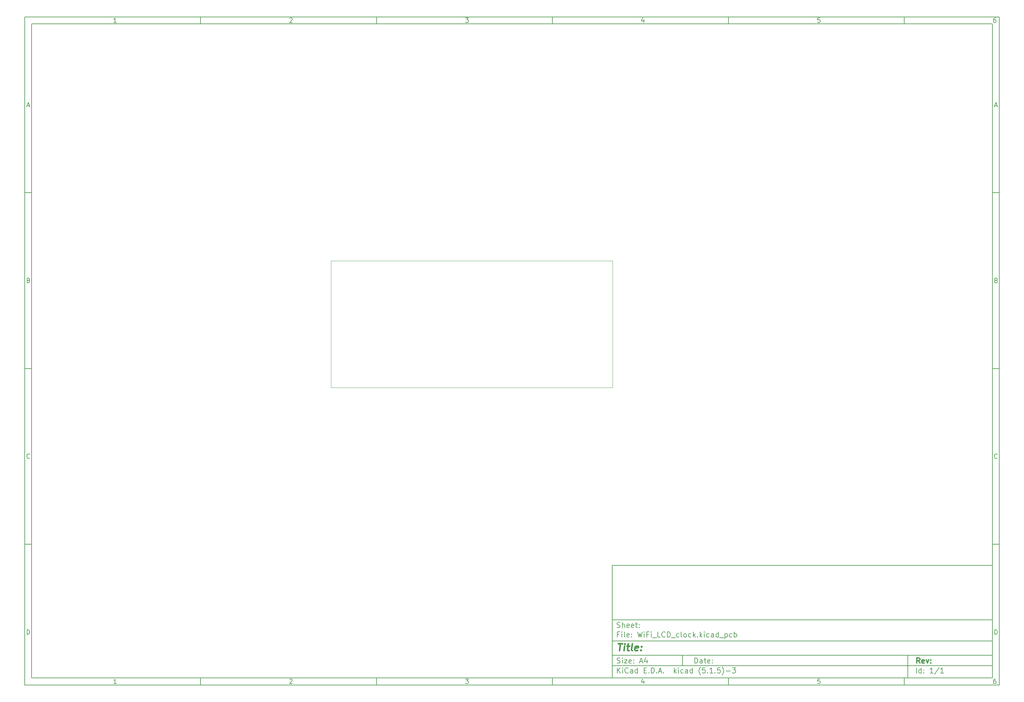
<source format=gbr>
G04 #@! TF.GenerationSoftware,KiCad,Pcbnew,(5.1.5)-3*
G04 #@! TF.CreationDate,2021-03-30T14:25:27+02:00*
G04 #@! TF.ProjectId,WiFi_LCD_clock,57694669-5f4c-4434-945f-636c6f636b2e,rev?*
G04 #@! TF.SameCoordinates,Original*
G04 #@! TF.FileFunction,Profile,NP*
%FSLAX46Y46*%
G04 Gerber Fmt 4.6, Leading zero omitted, Abs format (unit mm)*
G04 Created by KiCad (PCBNEW (5.1.5)-3) date 2021-03-30 14:25:27*
%MOMM*%
%LPD*%
G04 APERTURE LIST*
%ADD10C,0.100000*%
%ADD11C,0.150000*%
%ADD12C,0.300000*%
%ADD13C,0.400000*%
G04 #@! TA.AperFunction,Profile*
%ADD14C,0.050000*%
G04 #@! TD*
G04 APERTURE END LIST*
D10*
D11*
X177002200Y-166007200D02*
X177002200Y-198007200D01*
X285002200Y-198007200D01*
X285002200Y-166007200D01*
X177002200Y-166007200D01*
D10*
D11*
X10000000Y-10000000D02*
X10000000Y-200007200D01*
X287002200Y-200007200D01*
X287002200Y-10000000D01*
X10000000Y-10000000D01*
D10*
D11*
X12000000Y-12000000D02*
X12000000Y-198007200D01*
X285002200Y-198007200D01*
X285002200Y-12000000D01*
X12000000Y-12000000D01*
D10*
D11*
X60000000Y-12000000D02*
X60000000Y-10000000D01*
D10*
D11*
X110000000Y-12000000D02*
X110000000Y-10000000D01*
D10*
D11*
X160000000Y-12000000D02*
X160000000Y-10000000D01*
D10*
D11*
X210000000Y-12000000D02*
X210000000Y-10000000D01*
D10*
D11*
X260000000Y-12000000D02*
X260000000Y-10000000D01*
D10*
D11*
X36065476Y-11588095D02*
X35322619Y-11588095D01*
X35694047Y-11588095D02*
X35694047Y-10288095D01*
X35570238Y-10473809D01*
X35446428Y-10597619D01*
X35322619Y-10659523D01*
D10*
D11*
X85322619Y-10411904D02*
X85384523Y-10350000D01*
X85508333Y-10288095D01*
X85817857Y-10288095D01*
X85941666Y-10350000D01*
X86003571Y-10411904D01*
X86065476Y-10535714D01*
X86065476Y-10659523D01*
X86003571Y-10845238D01*
X85260714Y-11588095D01*
X86065476Y-11588095D01*
D10*
D11*
X135260714Y-10288095D02*
X136065476Y-10288095D01*
X135632142Y-10783333D01*
X135817857Y-10783333D01*
X135941666Y-10845238D01*
X136003571Y-10907142D01*
X136065476Y-11030952D01*
X136065476Y-11340476D01*
X136003571Y-11464285D01*
X135941666Y-11526190D01*
X135817857Y-11588095D01*
X135446428Y-11588095D01*
X135322619Y-11526190D01*
X135260714Y-11464285D01*
D10*
D11*
X185941666Y-10721428D02*
X185941666Y-11588095D01*
X185632142Y-10226190D02*
X185322619Y-11154761D01*
X186127380Y-11154761D01*
D10*
D11*
X236003571Y-10288095D02*
X235384523Y-10288095D01*
X235322619Y-10907142D01*
X235384523Y-10845238D01*
X235508333Y-10783333D01*
X235817857Y-10783333D01*
X235941666Y-10845238D01*
X236003571Y-10907142D01*
X236065476Y-11030952D01*
X236065476Y-11340476D01*
X236003571Y-11464285D01*
X235941666Y-11526190D01*
X235817857Y-11588095D01*
X235508333Y-11588095D01*
X235384523Y-11526190D01*
X235322619Y-11464285D01*
D10*
D11*
X285941666Y-10288095D02*
X285694047Y-10288095D01*
X285570238Y-10350000D01*
X285508333Y-10411904D01*
X285384523Y-10597619D01*
X285322619Y-10845238D01*
X285322619Y-11340476D01*
X285384523Y-11464285D01*
X285446428Y-11526190D01*
X285570238Y-11588095D01*
X285817857Y-11588095D01*
X285941666Y-11526190D01*
X286003571Y-11464285D01*
X286065476Y-11340476D01*
X286065476Y-11030952D01*
X286003571Y-10907142D01*
X285941666Y-10845238D01*
X285817857Y-10783333D01*
X285570238Y-10783333D01*
X285446428Y-10845238D01*
X285384523Y-10907142D01*
X285322619Y-11030952D01*
D10*
D11*
X60000000Y-198007200D02*
X60000000Y-200007200D01*
D10*
D11*
X110000000Y-198007200D02*
X110000000Y-200007200D01*
D10*
D11*
X160000000Y-198007200D02*
X160000000Y-200007200D01*
D10*
D11*
X210000000Y-198007200D02*
X210000000Y-200007200D01*
D10*
D11*
X260000000Y-198007200D02*
X260000000Y-200007200D01*
D10*
D11*
X36065476Y-199595295D02*
X35322619Y-199595295D01*
X35694047Y-199595295D02*
X35694047Y-198295295D01*
X35570238Y-198481009D01*
X35446428Y-198604819D01*
X35322619Y-198666723D01*
D10*
D11*
X85322619Y-198419104D02*
X85384523Y-198357200D01*
X85508333Y-198295295D01*
X85817857Y-198295295D01*
X85941666Y-198357200D01*
X86003571Y-198419104D01*
X86065476Y-198542914D01*
X86065476Y-198666723D01*
X86003571Y-198852438D01*
X85260714Y-199595295D01*
X86065476Y-199595295D01*
D10*
D11*
X135260714Y-198295295D02*
X136065476Y-198295295D01*
X135632142Y-198790533D01*
X135817857Y-198790533D01*
X135941666Y-198852438D01*
X136003571Y-198914342D01*
X136065476Y-199038152D01*
X136065476Y-199347676D01*
X136003571Y-199471485D01*
X135941666Y-199533390D01*
X135817857Y-199595295D01*
X135446428Y-199595295D01*
X135322619Y-199533390D01*
X135260714Y-199471485D01*
D10*
D11*
X185941666Y-198728628D02*
X185941666Y-199595295D01*
X185632142Y-198233390D02*
X185322619Y-199161961D01*
X186127380Y-199161961D01*
D10*
D11*
X236003571Y-198295295D02*
X235384523Y-198295295D01*
X235322619Y-198914342D01*
X235384523Y-198852438D01*
X235508333Y-198790533D01*
X235817857Y-198790533D01*
X235941666Y-198852438D01*
X236003571Y-198914342D01*
X236065476Y-199038152D01*
X236065476Y-199347676D01*
X236003571Y-199471485D01*
X235941666Y-199533390D01*
X235817857Y-199595295D01*
X235508333Y-199595295D01*
X235384523Y-199533390D01*
X235322619Y-199471485D01*
D10*
D11*
X285941666Y-198295295D02*
X285694047Y-198295295D01*
X285570238Y-198357200D01*
X285508333Y-198419104D01*
X285384523Y-198604819D01*
X285322619Y-198852438D01*
X285322619Y-199347676D01*
X285384523Y-199471485D01*
X285446428Y-199533390D01*
X285570238Y-199595295D01*
X285817857Y-199595295D01*
X285941666Y-199533390D01*
X286003571Y-199471485D01*
X286065476Y-199347676D01*
X286065476Y-199038152D01*
X286003571Y-198914342D01*
X285941666Y-198852438D01*
X285817857Y-198790533D01*
X285570238Y-198790533D01*
X285446428Y-198852438D01*
X285384523Y-198914342D01*
X285322619Y-199038152D01*
D10*
D11*
X10000000Y-60000000D02*
X12000000Y-60000000D01*
D10*
D11*
X10000000Y-110000000D02*
X12000000Y-110000000D01*
D10*
D11*
X10000000Y-160000000D02*
X12000000Y-160000000D01*
D10*
D11*
X10690476Y-35216666D02*
X11309523Y-35216666D01*
X10566666Y-35588095D02*
X11000000Y-34288095D01*
X11433333Y-35588095D01*
D10*
D11*
X11092857Y-84907142D02*
X11278571Y-84969047D01*
X11340476Y-85030952D01*
X11402380Y-85154761D01*
X11402380Y-85340476D01*
X11340476Y-85464285D01*
X11278571Y-85526190D01*
X11154761Y-85588095D01*
X10659523Y-85588095D01*
X10659523Y-84288095D01*
X11092857Y-84288095D01*
X11216666Y-84350000D01*
X11278571Y-84411904D01*
X11340476Y-84535714D01*
X11340476Y-84659523D01*
X11278571Y-84783333D01*
X11216666Y-84845238D01*
X11092857Y-84907142D01*
X10659523Y-84907142D01*
D10*
D11*
X11402380Y-135464285D02*
X11340476Y-135526190D01*
X11154761Y-135588095D01*
X11030952Y-135588095D01*
X10845238Y-135526190D01*
X10721428Y-135402380D01*
X10659523Y-135278571D01*
X10597619Y-135030952D01*
X10597619Y-134845238D01*
X10659523Y-134597619D01*
X10721428Y-134473809D01*
X10845238Y-134350000D01*
X11030952Y-134288095D01*
X11154761Y-134288095D01*
X11340476Y-134350000D01*
X11402380Y-134411904D01*
D10*
D11*
X10659523Y-185588095D02*
X10659523Y-184288095D01*
X10969047Y-184288095D01*
X11154761Y-184350000D01*
X11278571Y-184473809D01*
X11340476Y-184597619D01*
X11402380Y-184845238D01*
X11402380Y-185030952D01*
X11340476Y-185278571D01*
X11278571Y-185402380D01*
X11154761Y-185526190D01*
X10969047Y-185588095D01*
X10659523Y-185588095D01*
D10*
D11*
X287002200Y-60000000D02*
X285002200Y-60000000D01*
D10*
D11*
X287002200Y-110000000D02*
X285002200Y-110000000D01*
D10*
D11*
X287002200Y-160000000D02*
X285002200Y-160000000D01*
D10*
D11*
X285692676Y-35216666D02*
X286311723Y-35216666D01*
X285568866Y-35588095D02*
X286002200Y-34288095D01*
X286435533Y-35588095D01*
D10*
D11*
X286095057Y-84907142D02*
X286280771Y-84969047D01*
X286342676Y-85030952D01*
X286404580Y-85154761D01*
X286404580Y-85340476D01*
X286342676Y-85464285D01*
X286280771Y-85526190D01*
X286156961Y-85588095D01*
X285661723Y-85588095D01*
X285661723Y-84288095D01*
X286095057Y-84288095D01*
X286218866Y-84350000D01*
X286280771Y-84411904D01*
X286342676Y-84535714D01*
X286342676Y-84659523D01*
X286280771Y-84783333D01*
X286218866Y-84845238D01*
X286095057Y-84907142D01*
X285661723Y-84907142D01*
D10*
D11*
X286404580Y-135464285D02*
X286342676Y-135526190D01*
X286156961Y-135588095D01*
X286033152Y-135588095D01*
X285847438Y-135526190D01*
X285723628Y-135402380D01*
X285661723Y-135278571D01*
X285599819Y-135030952D01*
X285599819Y-134845238D01*
X285661723Y-134597619D01*
X285723628Y-134473809D01*
X285847438Y-134350000D01*
X286033152Y-134288095D01*
X286156961Y-134288095D01*
X286342676Y-134350000D01*
X286404580Y-134411904D01*
D10*
D11*
X285661723Y-185588095D02*
X285661723Y-184288095D01*
X285971247Y-184288095D01*
X286156961Y-184350000D01*
X286280771Y-184473809D01*
X286342676Y-184597619D01*
X286404580Y-184845238D01*
X286404580Y-185030952D01*
X286342676Y-185278571D01*
X286280771Y-185402380D01*
X286156961Y-185526190D01*
X285971247Y-185588095D01*
X285661723Y-185588095D01*
D10*
D11*
X200434342Y-193785771D02*
X200434342Y-192285771D01*
X200791485Y-192285771D01*
X201005771Y-192357200D01*
X201148628Y-192500057D01*
X201220057Y-192642914D01*
X201291485Y-192928628D01*
X201291485Y-193142914D01*
X201220057Y-193428628D01*
X201148628Y-193571485D01*
X201005771Y-193714342D01*
X200791485Y-193785771D01*
X200434342Y-193785771D01*
X202577200Y-193785771D02*
X202577200Y-193000057D01*
X202505771Y-192857200D01*
X202362914Y-192785771D01*
X202077200Y-192785771D01*
X201934342Y-192857200D01*
X202577200Y-193714342D02*
X202434342Y-193785771D01*
X202077200Y-193785771D01*
X201934342Y-193714342D01*
X201862914Y-193571485D01*
X201862914Y-193428628D01*
X201934342Y-193285771D01*
X202077200Y-193214342D01*
X202434342Y-193214342D01*
X202577200Y-193142914D01*
X203077200Y-192785771D02*
X203648628Y-192785771D01*
X203291485Y-192285771D02*
X203291485Y-193571485D01*
X203362914Y-193714342D01*
X203505771Y-193785771D01*
X203648628Y-193785771D01*
X204720057Y-193714342D02*
X204577200Y-193785771D01*
X204291485Y-193785771D01*
X204148628Y-193714342D01*
X204077200Y-193571485D01*
X204077200Y-193000057D01*
X204148628Y-192857200D01*
X204291485Y-192785771D01*
X204577200Y-192785771D01*
X204720057Y-192857200D01*
X204791485Y-193000057D01*
X204791485Y-193142914D01*
X204077200Y-193285771D01*
X205434342Y-193642914D02*
X205505771Y-193714342D01*
X205434342Y-193785771D01*
X205362914Y-193714342D01*
X205434342Y-193642914D01*
X205434342Y-193785771D01*
X205434342Y-192857200D02*
X205505771Y-192928628D01*
X205434342Y-193000057D01*
X205362914Y-192928628D01*
X205434342Y-192857200D01*
X205434342Y-193000057D01*
D10*
D11*
X177002200Y-194507200D02*
X285002200Y-194507200D01*
D10*
D11*
X178434342Y-196585771D02*
X178434342Y-195085771D01*
X179291485Y-196585771D02*
X178648628Y-195728628D01*
X179291485Y-195085771D02*
X178434342Y-195942914D01*
X179934342Y-196585771D02*
X179934342Y-195585771D01*
X179934342Y-195085771D02*
X179862914Y-195157200D01*
X179934342Y-195228628D01*
X180005771Y-195157200D01*
X179934342Y-195085771D01*
X179934342Y-195228628D01*
X181505771Y-196442914D02*
X181434342Y-196514342D01*
X181220057Y-196585771D01*
X181077200Y-196585771D01*
X180862914Y-196514342D01*
X180720057Y-196371485D01*
X180648628Y-196228628D01*
X180577200Y-195942914D01*
X180577200Y-195728628D01*
X180648628Y-195442914D01*
X180720057Y-195300057D01*
X180862914Y-195157200D01*
X181077200Y-195085771D01*
X181220057Y-195085771D01*
X181434342Y-195157200D01*
X181505771Y-195228628D01*
X182791485Y-196585771D02*
X182791485Y-195800057D01*
X182720057Y-195657200D01*
X182577200Y-195585771D01*
X182291485Y-195585771D01*
X182148628Y-195657200D01*
X182791485Y-196514342D02*
X182648628Y-196585771D01*
X182291485Y-196585771D01*
X182148628Y-196514342D01*
X182077200Y-196371485D01*
X182077200Y-196228628D01*
X182148628Y-196085771D01*
X182291485Y-196014342D01*
X182648628Y-196014342D01*
X182791485Y-195942914D01*
X184148628Y-196585771D02*
X184148628Y-195085771D01*
X184148628Y-196514342D02*
X184005771Y-196585771D01*
X183720057Y-196585771D01*
X183577200Y-196514342D01*
X183505771Y-196442914D01*
X183434342Y-196300057D01*
X183434342Y-195871485D01*
X183505771Y-195728628D01*
X183577200Y-195657200D01*
X183720057Y-195585771D01*
X184005771Y-195585771D01*
X184148628Y-195657200D01*
X186005771Y-195800057D02*
X186505771Y-195800057D01*
X186720057Y-196585771D02*
X186005771Y-196585771D01*
X186005771Y-195085771D01*
X186720057Y-195085771D01*
X187362914Y-196442914D02*
X187434342Y-196514342D01*
X187362914Y-196585771D01*
X187291485Y-196514342D01*
X187362914Y-196442914D01*
X187362914Y-196585771D01*
X188077200Y-196585771D02*
X188077200Y-195085771D01*
X188434342Y-195085771D01*
X188648628Y-195157200D01*
X188791485Y-195300057D01*
X188862914Y-195442914D01*
X188934342Y-195728628D01*
X188934342Y-195942914D01*
X188862914Y-196228628D01*
X188791485Y-196371485D01*
X188648628Y-196514342D01*
X188434342Y-196585771D01*
X188077200Y-196585771D01*
X189577200Y-196442914D02*
X189648628Y-196514342D01*
X189577200Y-196585771D01*
X189505771Y-196514342D01*
X189577200Y-196442914D01*
X189577200Y-196585771D01*
X190220057Y-196157200D02*
X190934342Y-196157200D01*
X190077200Y-196585771D02*
X190577200Y-195085771D01*
X191077200Y-196585771D01*
X191577200Y-196442914D02*
X191648628Y-196514342D01*
X191577200Y-196585771D01*
X191505771Y-196514342D01*
X191577200Y-196442914D01*
X191577200Y-196585771D01*
X194577200Y-196585771D02*
X194577200Y-195085771D01*
X194720057Y-196014342D02*
X195148628Y-196585771D01*
X195148628Y-195585771D02*
X194577200Y-196157200D01*
X195791485Y-196585771D02*
X195791485Y-195585771D01*
X195791485Y-195085771D02*
X195720057Y-195157200D01*
X195791485Y-195228628D01*
X195862914Y-195157200D01*
X195791485Y-195085771D01*
X195791485Y-195228628D01*
X197148628Y-196514342D02*
X197005771Y-196585771D01*
X196720057Y-196585771D01*
X196577200Y-196514342D01*
X196505771Y-196442914D01*
X196434342Y-196300057D01*
X196434342Y-195871485D01*
X196505771Y-195728628D01*
X196577200Y-195657200D01*
X196720057Y-195585771D01*
X197005771Y-195585771D01*
X197148628Y-195657200D01*
X198434342Y-196585771D02*
X198434342Y-195800057D01*
X198362914Y-195657200D01*
X198220057Y-195585771D01*
X197934342Y-195585771D01*
X197791485Y-195657200D01*
X198434342Y-196514342D02*
X198291485Y-196585771D01*
X197934342Y-196585771D01*
X197791485Y-196514342D01*
X197720057Y-196371485D01*
X197720057Y-196228628D01*
X197791485Y-196085771D01*
X197934342Y-196014342D01*
X198291485Y-196014342D01*
X198434342Y-195942914D01*
X199791485Y-196585771D02*
X199791485Y-195085771D01*
X199791485Y-196514342D02*
X199648628Y-196585771D01*
X199362914Y-196585771D01*
X199220057Y-196514342D01*
X199148628Y-196442914D01*
X199077200Y-196300057D01*
X199077200Y-195871485D01*
X199148628Y-195728628D01*
X199220057Y-195657200D01*
X199362914Y-195585771D01*
X199648628Y-195585771D01*
X199791485Y-195657200D01*
X202077200Y-197157200D02*
X202005771Y-197085771D01*
X201862914Y-196871485D01*
X201791485Y-196728628D01*
X201720057Y-196514342D01*
X201648628Y-196157200D01*
X201648628Y-195871485D01*
X201720057Y-195514342D01*
X201791485Y-195300057D01*
X201862914Y-195157200D01*
X202005771Y-194942914D01*
X202077200Y-194871485D01*
X203362914Y-195085771D02*
X202648628Y-195085771D01*
X202577200Y-195800057D01*
X202648628Y-195728628D01*
X202791485Y-195657200D01*
X203148628Y-195657200D01*
X203291485Y-195728628D01*
X203362914Y-195800057D01*
X203434342Y-195942914D01*
X203434342Y-196300057D01*
X203362914Y-196442914D01*
X203291485Y-196514342D01*
X203148628Y-196585771D01*
X202791485Y-196585771D01*
X202648628Y-196514342D01*
X202577200Y-196442914D01*
X204077200Y-196442914D02*
X204148628Y-196514342D01*
X204077200Y-196585771D01*
X204005771Y-196514342D01*
X204077200Y-196442914D01*
X204077200Y-196585771D01*
X205577200Y-196585771D02*
X204720057Y-196585771D01*
X205148628Y-196585771D02*
X205148628Y-195085771D01*
X205005771Y-195300057D01*
X204862914Y-195442914D01*
X204720057Y-195514342D01*
X206220057Y-196442914D02*
X206291485Y-196514342D01*
X206220057Y-196585771D01*
X206148628Y-196514342D01*
X206220057Y-196442914D01*
X206220057Y-196585771D01*
X207648628Y-195085771D02*
X206934342Y-195085771D01*
X206862914Y-195800057D01*
X206934342Y-195728628D01*
X207077200Y-195657200D01*
X207434342Y-195657200D01*
X207577200Y-195728628D01*
X207648628Y-195800057D01*
X207720057Y-195942914D01*
X207720057Y-196300057D01*
X207648628Y-196442914D01*
X207577200Y-196514342D01*
X207434342Y-196585771D01*
X207077200Y-196585771D01*
X206934342Y-196514342D01*
X206862914Y-196442914D01*
X208220057Y-197157200D02*
X208291485Y-197085771D01*
X208434342Y-196871485D01*
X208505771Y-196728628D01*
X208577200Y-196514342D01*
X208648628Y-196157200D01*
X208648628Y-195871485D01*
X208577200Y-195514342D01*
X208505771Y-195300057D01*
X208434342Y-195157200D01*
X208291485Y-194942914D01*
X208220057Y-194871485D01*
X209362914Y-196014342D02*
X210505771Y-196014342D01*
X211077200Y-195085771D02*
X212005771Y-195085771D01*
X211505771Y-195657200D01*
X211720057Y-195657200D01*
X211862914Y-195728628D01*
X211934342Y-195800057D01*
X212005771Y-195942914D01*
X212005771Y-196300057D01*
X211934342Y-196442914D01*
X211862914Y-196514342D01*
X211720057Y-196585771D01*
X211291485Y-196585771D01*
X211148628Y-196514342D01*
X211077200Y-196442914D01*
D10*
D11*
X177002200Y-191507200D02*
X285002200Y-191507200D01*
D10*
D12*
X264411485Y-193785771D02*
X263911485Y-193071485D01*
X263554342Y-193785771D02*
X263554342Y-192285771D01*
X264125771Y-192285771D01*
X264268628Y-192357200D01*
X264340057Y-192428628D01*
X264411485Y-192571485D01*
X264411485Y-192785771D01*
X264340057Y-192928628D01*
X264268628Y-193000057D01*
X264125771Y-193071485D01*
X263554342Y-193071485D01*
X265625771Y-193714342D02*
X265482914Y-193785771D01*
X265197200Y-193785771D01*
X265054342Y-193714342D01*
X264982914Y-193571485D01*
X264982914Y-193000057D01*
X265054342Y-192857200D01*
X265197200Y-192785771D01*
X265482914Y-192785771D01*
X265625771Y-192857200D01*
X265697200Y-193000057D01*
X265697200Y-193142914D01*
X264982914Y-193285771D01*
X266197200Y-192785771D02*
X266554342Y-193785771D01*
X266911485Y-192785771D01*
X267482914Y-193642914D02*
X267554342Y-193714342D01*
X267482914Y-193785771D01*
X267411485Y-193714342D01*
X267482914Y-193642914D01*
X267482914Y-193785771D01*
X267482914Y-192857200D02*
X267554342Y-192928628D01*
X267482914Y-193000057D01*
X267411485Y-192928628D01*
X267482914Y-192857200D01*
X267482914Y-193000057D01*
D10*
D11*
X178362914Y-193714342D02*
X178577200Y-193785771D01*
X178934342Y-193785771D01*
X179077200Y-193714342D01*
X179148628Y-193642914D01*
X179220057Y-193500057D01*
X179220057Y-193357200D01*
X179148628Y-193214342D01*
X179077200Y-193142914D01*
X178934342Y-193071485D01*
X178648628Y-193000057D01*
X178505771Y-192928628D01*
X178434342Y-192857200D01*
X178362914Y-192714342D01*
X178362914Y-192571485D01*
X178434342Y-192428628D01*
X178505771Y-192357200D01*
X178648628Y-192285771D01*
X179005771Y-192285771D01*
X179220057Y-192357200D01*
X179862914Y-193785771D02*
X179862914Y-192785771D01*
X179862914Y-192285771D02*
X179791485Y-192357200D01*
X179862914Y-192428628D01*
X179934342Y-192357200D01*
X179862914Y-192285771D01*
X179862914Y-192428628D01*
X180434342Y-192785771D02*
X181220057Y-192785771D01*
X180434342Y-193785771D01*
X181220057Y-193785771D01*
X182362914Y-193714342D02*
X182220057Y-193785771D01*
X181934342Y-193785771D01*
X181791485Y-193714342D01*
X181720057Y-193571485D01*
X181720057Y-193000057D01*
X181791485Y-192857200D01*
X181934342Y-192785771D01*
X182220057Y-192785771D01*
X182362914Y-192857200D01*
X182434342Y-193000057D01*
X182434342Y-193142914D01*
X181720057Y-193285771D01*
X183077200Y-193642914D02*
X183148628Y-193714342D01*
X183077200Y-193785771D01*
X183005771Y-193714342D01*
X183077200Y-193642914D01*
X183077200Y-193785771D01*
X183077200Y-192857200D02*
X183148628Y-192928628D01*
X183077200Y-193000057D01*
X183005771Y-192928628D01*
X183077200Y-192857200D01*
X183077200Y-193000057D01*
X184862914Y-193357200D02*
X185577200Y-193357200D01*
X184720057Y-193785771D02*
X185220057Y-192285771D01*
X185720057Y-193785771D01*
X186862914Y-192785771D02*
X186862914Y-193785771D01*
X186505771Y-192214342D02*
X186148628Y-193285771D01*
X187077200Y-193285771D01*
D10*
D11*
X263434342Y-196585771D02*
X263434342Y-195085771D01*
X264791485Y-196585771D02*
X264791485Y-195085771D01*
X264791485Y-196514342D02*
X264648628Y-196585771D01*
X264362914Y-196585771D01*
X264220057Y-196514342D01*
X264148628Y-196442914D01*
X264077200Y-196300057D01*
X264077200Y-195871485D01*
X264148628Y-195728628D01*
X264220057Y-195657200D01*
X264362914Y-195585771D01*
X264648628Y-195585771D01*
X264791485Y-195657200D01*
X265505771Y-196442914D02*
X265577200Y-196514342D01*
X265505771Y-196585771D01*
X265434342Y-196514342D01*
X265505771Y-196442914D01*
X265505771Y-196585771D01*
X265505771Y-195657200D02*
X265577200Y-195728628D01*
X265505771Y-195800057D01*
X265434342Y-195728628D01*
X265505771Y-195657200D01*
X265505771Y-195800057D01*
X268148628Y-196585771D02*
X267291485Y-196585771D01*
X267720057Y-196585771D02*
X267720057Y-195085771D01*
X267577200Y-195300057D01*
X267434342Y-195442914D01*
X267291485Y-195514342D01*
X269862914Y-195014342D02*
X268577200Y-196942914D01*
X271148628Y-196585771D02*
X270291485Y-196585771D01*
X270720057Y-196585771D02*
X270720057Y-195085771D01*
X270577200Y-195300057D01*
X270434342Y-195442914D01*
X270291485Y-195514342D01*
D10*
D11*
X177002200Y-187507200D02*
X285002200Y-187507200D01*
D10*
D13*
X178714580Y-188211961D02*
X179857438Y-188211961D01*
X179036009Y-190211961D02*
X179286009Y-188211961D01*
X180274104Y-190211961D02*
X180440771Y-188878628D01*
X180524104Y-188211961D02*
X180416961Y-188307200D01*
X180500295Y-188402438D01*
X180607438Y-188307200D01*
X180524104Y-188211961D01*
X180500295Y-188402438D01*
X181107438Y-188878628D02*
X181869342Y-188878628D01*
X181476485Y-188211961D02*
X181262200Y-189926247D01*
X181333628Y-190116723D01*
X181512200Y-190211961D01*
X181702676Y-190211961D01*
X182655057Y-190211961D02*
X182476485Y-190116723D01*
X182405057Y-189926247D01*
X182619342Y-188211961D01*
X184190771Y-190116723D02*
X183988390Y-190211961D01*
X183607438Y-190211961D01*
X183428866Y-190116723D01*
X183357438Y-189926247D01*
X183452676Y-189164342D01*
X183571723Y-188973866D01*
X183774104Y-188878628D01*
X184155057Y-188878628D01*
X184333628Y-188973866D01*
X184405057Y-189164342D01*
X184381247Y-189354819D01*
X183405057Y-189545295D01*
X185155057Y-190021485D02*
X185238390Y-190116723D01*
X185131247Y-190211961D01*
X185047914Y-190116723D01*
X185155057Y-190021485D01*
X185131247Y-190211961D01*
X185286009Y-188973866D02*
X185369342Y-189069104D01*
X185262200Y-189164342D01*
X185178866Y-189069104D01*
X185286009Y-188973866D01*
X185262200Y-189164342D01*
D10*
D11*
X178934342Y-185600057D02*
X178434342Y-185600057D01*
X178434342Y-186385771D02*
X178434342Y-184885771D01*
X179148628Y-184885771D01*
X179720057Y-186385771D02*
X179720057Y-185385771D01*
X179720057Y-184885771D02*
X179648628Y-184957200D01*
X179720057Y-185028628D01*
X179791485Y-184957200D01*
X179720057Y-184885771D01*
X179720057Y-185028628D01*
X180648628Y-186385771D02*
X180505771Y-186314342D01*
X180434342Y-186171485D01*
X180434342Y-184885771D01*
X181791485Y-186314342D02*
X181648628Y-186385771D01*
X181362914Y-186385771D01*
X181220057Y-186314342D01*
X181148628Y-186171485D01*
X181148628Y-185600057D01*
X181220057Y-185457200D01*
X181362914Y-185385771D01*
X181648628Y-185385771D01*
X181791485Y-185457200D01*
X181862914Y-185600057D01*
X181862914Y-185742914D01*
X181148628Y-185885771D01*
X182505771Y-186242914D02*
X182577200Y-186314342D01*
X182505771Y-186385771D01*
X182434342Y-186314342D01*
X182505771Y-186242914D01*
X182505771Y-186385771D01*
X182505771Y-185457200D02*
X182577200Y-185528628D01*
X182505771Y-185600057D01*
X182434342Y-185528628D01*
X182505771Y-185457200D01*
X182505771Y-185600057D01*
X184220057Y-184885771D02*
X184577200Y-186385771D01*
X184862914Y-185314342D01*
X185148628Y-186385771D01*
X185505771Y-184885771D01*
X186077200Y-186385771D02*
X186077200Y-185385771D01*
X186077200Y-184885771D02*
X186005771Y-184957200D01*
X186077200Y-185028628D01*
X186148628Y-184957200D01*
X186077200Y-184885771D01*
X186077200Y-185028628D01*
X187291485Y-185600057D02*
X186791485Y-185600057D01*
X186791485Y-186385771D02*
X186791485Y-184885771D01*
X187505771Y-184885771D01*
X188077200Y-186385771D02*
X188077200Y-185385771D01*
X188077200Y-184885771D02*
X188005771Y-184957200D01*
X188077200Y-185028628D01*
X188148628Y-184957200D01*
X188077200Y-184885771D01*
X188077200Y-185028628D01*
X188434342Y-186528628D02*
X189577200Y-186528628D01*
X190648628Y-186385771D02*
X189934342Y-186385771D01*
X189934342Y-184885771D01*
X192005771Y-186242914D02*
X191934342Y-186314342D01*
X191720057Y-186385771D01*
X191577200Y-186385771D01*
X191362914Y-186314342D01*
X191220057Y-186171485D01*
X191148628Y-186028628D01*
X191077200Y-185742914D01*
X191077200Y-185528628D01*
X191148628Y-185242914D01*
X191220057Y-185100057D01*
X191362914Y-184957200D01*
X191577200Y-184885771D01*
X191720057Y-184885771D01*
X191934342Y-184957200D01*
X192005771Y-185028628D01*
X192648628Y-186385771D02*
X192648628Y-184885771D01*
X193005771Y-184885771D01*
X193220057Y-184957200D01*
X193362914Y-185100057D01*
X193434342Y-185242914D01*
X193505771Y-185528628D01*
X193505771Y-185742914D01*
X193434342Y-186028628D01*
X193362914Y-186171485D01*
X193220057Y-186314342D01*
X193005771Y-186385771D01*
X192648628Y-186385771D01*
X193791485Y-186528628D02*
X194934342Y-186528628D01*
X195934342Y-186314342D02*
X195791485Y-186385771D01*
X195505771Y-186385771D01*
X195362914Y-186314342D01*
X195291485Y-186242914D01*
X195220057Y-186100057D01*
X195220057Y-185671485D01*
X195291485Y-185528628D01*
X195362914Y-185457200D01*
X195505771Y-185385771D01*
X195791485Y-185385771D01*
X195934342Y-185457200D01*
X196791485Y-186385771D02*
X196648628Y-186314342D01*
X196577200Y-186171485D01*
X196577200Y-184885771D01*
X197577200Y-186385771D02*
X197434342Y-186314342D01*
X197362914Y-186242914D01*
X197291485Y-186100057D01*
X197291485Y-185671485D01*
X197362914Y-185528628D01*
X197434342Y-185457200D01*
X197577200Y-185385771D01*
X197791485Y-185385771D01*
X197934342Y-185457200D01*
X198005771Y-185528628D01*
X198077200Y-185671485D01*
X198077200Y-186100057D01*
X198005771Y-186242914D01*
X197934342Y-186314342D01*
X197791485Y-186385771D01*
X197577200Y-186385771D01*
X199362914Y-186314342D02*
X199220057Y-186385771D01*
X198934342Y-186385771D01*
X198791485Y-186314342D01*
X198720057Y-186242914D01*
X198648628Y-186100057D01*
X198648628Y-185671485D01*
X198720057Y-185528628D01*
X198791485Y-185457200D01*
X198934342Y-185385771D01*
X199220057Y-185385771D01*
X199362914Y-185457200D01*
X200005771Y-186385771D02*
X200005771Y-184885771D01*
X200148628Y-185814342D02*
X200577200Y-186385771D01*
X200577200Y-185385771D02*
X200005771Y-185957200D01*
X201220057Y-186242914D02*
X201291485Y-186314342D01*
X201220057Y-186385771D01*
X201148628Y-186314342D01*
X201220057Y-186242914D01*
X201220057Y-186385771D01*
X201934342Y-186385771D02*
X201934342Y-184885771D01*
X202077200Y-185814342D02*
X202505771Y-186385771D01*
X202505771Y-185385771D02*
X201934342Y-185957200D01*
X203148628Y-186385771D02*
X203148628Y-185385771D01*
X203148628Y-184885771D02*
X203077200Y-184957200D01*
X203148628Y-185028628D01*
X203220057Y-184957200D01*
X203148628Y-184885771D01*
X203148628Y-185028628D01*
X204505771Y-186314342D02*
X204362914Y-186385771D01*
X204077200Y-186385771D01*
X203934342Y-186314342D01*
X203862914Y-186242914D01*
X203791485Y-186100057D01*
X203791485Y-185671485D01*
X203862914Y-185528628D01*
X203934342Y-185457200D01*
X204077200Y-185385771D01*
X204362914Y-185385771D01*
X204505771Y-185457200D01*
X205791485Y-186385771D02*
X205791485Y-185600057D01*
X205720057Y-185457200D01*
X205577200Y-185385771D01*
X205291485Y-185385771D01*
X205148628Y-185457200D01*
X205791485Y-186314342D02*
X205648628Y-186385771D01*
X205291485Y-186385771D01*
X205148628Y-186314342D01*
X205077200Y-186171485D01*
X205077200Y-186028628D01*
X205148628Y-185885771D01*
X205291485Y-185814342D01*
X205648628Y-185814342D01*
X205791485Y-185742914D01*
X207148628Y-186385771D02*
X207148628Y-184885771D01*
X207148628Y-186314342D02*
X207005771Y-186385771D01*
X206720057Y-186385771D01*
X206577200Y-186314342D01*
X206505771Y-186242914D01*
X206434342Y-186100057D01*
X206434342Y-185671485D01*
X206505771Y-185528628D01*
X206577200Y-185457200D01*
X206720057Y-185385771D01*
X207005771Y-185385771D01*
X207148628Y-185457200D01*
X207505771Y-186528628D02*
X208648628Y-186528628D01*
X209005771Y-185385771D02*
X209005771Y-186885771D01*
X209005771Y-185457200D02*
X209148628Y-185385771D01*
X209434342Y-185385771D01*
X209577200Y-185457200D01*
X209648628Y-185528628D01*
X209720057Y-185671485D01*
X209720057Y-186100057D01*
X209648628Y-186242914D01*
X209577200Y-186314342D01*
X209434342Y-186385771D01*
X209148628Y-186385771D01*
X209005771Y-186314342D01*
X211005771Y-186314342D02*
X210862914Y-186385771D01*
X210577200Y-186385771D01*
X210434342Y-186314342D01*
X210362914Y-186242914D01*
X210291485Y-186100057D01*
X210291485Y-185671485D01*
X210362914Y-185528628D01*
X210434342Y-185457200D01*
X210577200Y-185385771D01*
X210862914Y-185385771D01*
X211005771Y-185457200D01*
X211648628Y-186385771D02*
X211648628Y-184885771D01*
X211648628Y-185457200D02*
X211791485Y-185385771D01*
X212077200Y-185385771D01*
X212220057Y-185457200D01*
X212291485Y-185528628D01*
X212362914Y-185671485D01*
X212362914Y-186100057D01*
X212291485Y-186242914D01*
X212220057Y-186314342D01*
X212077200Y-186385771D01*
X211791485Y-186385771D01*
X211648628Y-186314342D01*
D10*
D11*
X177002200Y-181507200D02*
X285002200Y-181507200D01*
D10*
D11*
X178362914Y-183614342D02*
X178577200Y-183685771D01*
X178934342Y-183685771D01*
X179077200Y-183614342D01*
X179148628Y-183542914D01*
X179220057Y-183400057D01*
X179220057Y-183257200D01*
X179148628Y-183114342D01*
X179077200Y-183042914D01*
X178934342Y-182971485D01*
X178648628Y-182900057D01*
X178505771Y-182828628D01*
X178434342Y-182757200D01*
X178362914Y-182614342D01*
X178362914Y-182471485D01*
X178434342Y-182328628D01*
X178505771Y-182257200D01*
X178648628Y-182185771D01*
X179005771Y-182185771D01*
X179220057Y-182257200D01*
X179862914Y-183685771D02*
X179862914Y-182185771D01*
X180505771Y-183685771D02*
X180505771Y-182900057D01*
X180434342Y-182757200D01*
X180291485Y-182685771D01*
X180077200Y-182685771D01*
X179934342Y-182757200D01*
X179862914Y-182828628D01*
X181791485Y-183614342D02*
X181648628Y-183685771D01*
X181362914Y-183685771D01*
X181220057Y-183614342D01*
X181148628Y-183471485D01*
X181148628Y-182900057D01*
X181220057Y-182757200D01*
X181362914Y-182685771D01*
X181648628Y-182685771D01*
X181791485Y-182757200D01*
X181862914Y-182900057D01*
X181862914Y-183042914D01*
X181148628Y-183185771D01*
X183077200Y-183614342D02*
X182934342Y-183685771D01*
X182648628Y-183685771D01*
X182505771Y-183614342D01*
X182434342Y-183471485D01*
X182434342Y-182900057D01*
X182505771Y-182757200D01*
X182648628Y-182685771D01*
X182934342Y-182685771D01*
X183077200Y-182757200D01*
X183148628Y-182900057D01*
X183148628Y-183042914D01*
X182434342Y-183185771D01*
X183577200Y-182685771D02*
X184148628Y-182685771D01*
X183791485Y-182185771D02*
X183791485Y-183471485D01*
X183862914Y-183614342D01*
X184005771Y-183685771D01*
X184148628Y-183685771D01*
X184648628Y-183542914D02*
X184720057Y-183614342D01*
X184648628Y-183685771D01*
X184577200Y-183614342D01*
X184648628Y-183542914D01*
X184648628Y-183685771D01*
X184648628Y-182757200D02*
X184720057Y-182828628D01*
X184648628Y-182900057D01*
X184577200Y-182828628D01*
X184648628Y-182757200D01*
X184648628Y-182900057D01*
D10*
D11*
X197002200Y-191507200D02*
X197002200Y-194507200D01*
D10*
D11*
X261002200Y-191507200D02*
X261002200Y-198007200D01*
D14*
X97100000Y-79400000D02*
X177100000Y-79400000D01*
X97100000Y-115400000D02*
X97100000Y-79400000D01*
X177100000Y-115400000D02*
X97100000Y-115400000D01*
X177100000Y-79400000D02*
X177100000Y-115400000D01*
M02*

</source>
